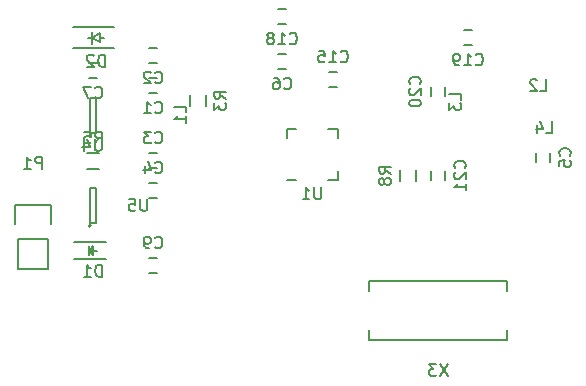
<source format=gbo>
G04 #@! TF.FileFunction,Legend,Bot*
%FSLAX46Y46*%
G04 Gerber Fmt 4.6, Leading zero omitted, Abs format (unit mm)*
G04 Created by KiCad (PCBNEW 4.0.2+dfsg1-stable) date 2016年07月17日 星期日 15时22分32秒*
%MOMM*%
G01*
G04 APERTURE LIST*
%ADD10C,0.100000*%
%ADD11C,0.150000*%
G04 APERTURE END LIST*
D10*
D11*
X123856000Y-85994800D02*
X124556000Y-85994800D01*
X124556000Y-84794800D02*
X123856000Y-84794800D01*
X123856000Y-83454800D02*
X124556000Y-83454800D01*
X124556000Y-82254800D02*
X123856000Y-82254800D01*
X124556000Y-91144800D02*
X123856000Y-91144800D01*
X123856000Y-92344800D02*
X124556000Y-92344800D01*
X124556000Y-93684800D02*
X123856000Y-93684800D01*
X123856000Y-94884800D02*
X124556000Y-94884800D01*
X157826000Y-91840800D02*
X157826000Y-91140800D01*
X156626000Y-91140800D02*
X156626000Y-91840800D01*
X134778000Y-83962800D02*
X135478000Y-83962800D01*
X135478000Y-82762800D02*
X134778000Y-82762800D01*
X118776000Y-84724800D02*
X119476000Y-84724800D01*
X119476000Y-83524800D02*
X118776000Y-83524800D01*
X124556000Y-100034800D02*
X123856000Y-100034800D01*
X123856000Y-101234800D02*
X124556000Y-101234800D01*
X139796000Y-84286800D02*
X139096000Y-84286800D01*
X139096000Y-85486800D02*
X139796000Y-85486800D01*
X134778000Y-80152800D02*
X135478000Y-80152800D01*
X135478000Y-78952800D02*
X134778000Y-78952800D01*
X150526000Y-81930800D02*
X151226000Y-81930800D01*
X151226000Y-80730800D02*
X150526000Y-80730800D01*
X147736000Y-85552800D02*
X147736000Y-86252800D01*
X148936000Y-86252800D02*
X148936000Y-85552800D01*
X148936000Y-93364800D02*
X148936000Y-92664800D01*
X147736000Y-92664800D02*
X147736000Y-93364800D01*
X117526000Y-98614800D02*
X120226000Y-98614800D01*
X117526000Y-100114800D02*
X120226000Y-100114800D01*
X119026000Y-99214800D02*
X119026000Y-99464800D01*
X119026000Y-99464800D02*
X118876000Y-99314800D01*
X118776000Y-99714800D02*
X118776000Y-99014800D01*
X119126000Y-99364800D02*
X119476000Y-99364800D01*
X118776000Y-99364800D02*
X119126000Y-99714800D01*
X119126000Y-99714800D02*
X119126000Y-99014800D01*
X119126000Y-99014800D02*
X118776000Y-99364800D01*
X112776000Y-98348800D02*
X112776000Y-100888800D01*
X112496000Y-95528800D02*
X112496000Y-97078800D01*
X112776000Y-98348800D02*
X115316000Y-98348800D01*
X115596000Y-97078800D02*
X115596000Y-95528800D01*
X115596000Y-95528800D02*
X112496000Y-95528800D01*
X115316000Y-98348800D02*
X115316000Y-100888800D01*
X115316000Y-100888800D02*
X112776000Y-100888800D01*
X127341000Y-86164800D02*
X127341000Y-87164800D01*
X128691000Y-87164800D02*
X128691000Y-86164800D01*
X118626000Y-92419800D02*
X119626000Y-92419800D01*
X119626000Y-91069800D02*
X118626000Y-91069800D01*
X146471000Y-93514800D02*
X146471000Y-92514800D01*
X145121000Y-92514800D02*
X145121000Y-93514800D01*
X139818000Y-93386800D02*
X139818000Y-92611800D01*
X135518000Y-89086800D02*
X135518000Y-89861800D01*
X139818000Y-89086800D02*
X139818000Y-89861800D01*
X135518000Y-93386800D02*
X136293000Y-93386800D01*
X135518000Y-89086800D02*
X136293000Y-89086800D01*
X139818000Y-89086800D02*
X139043000Y-89086800D01*
X139818000Y-93386800D02*
X139043000Y-93386800D01*
X118926000Y-89634800D02*
G75*
G03X118926000Y-89634800I-100000J0D01*
G01*
X119376000Y-89384800D02*
X118876000Y-89384800D01*
X119376000Y-86484800D02*
X119376000Y-89384800D01*
X118876000Y-86484800D02*
X119376000Y-86484800D01*
X118876000Y-89384800D02*
X118876000Y-86484800D01*
X118926000Y-97254800D02*
G75*
G03X118926000Y-97254800I-100000J0D01*
G01*
X119376000Y-97004800D02*
X118876000Y-97004800D01*
X119376000Y-94104800D02*
X119376000Y-97004800D01*
X118876000Y-94104800D02*
X119376000Y-94104800D01*
X118876000Y-97004800D02*
X118876000Y-94104800D01*
X142486380Y-101945440D02*
X154185620Y-101945440D01*
X154185620Y-106944160D02*
X142486380Y-106944160D01*
X154185620Y-101945440D02*
X154185620Y-102793800D01*
X154185620Y-106944160D02*
X154185620Y-106095800D01*
X142486380Y-101945440D02*
X142486380Y-102793800D01*
X142486380Y-106944160D02*
X142486380Y-106095800D01*
X119697500Y-81330800D02*
X120078500Y-81330800D01*
X118681500Y-81330800D02*
X119062500Y-81330800D01*
X119062500Y-81330800D02*
X119697500Y-81711800D01*
X119697500Y-81711800D02*
X119697500Y-80949800D01*
X119697500Y-80949800D02*
X119062500Y-81330800D01*
X119062500Y-81838800D02*
X119062500Y-80822800D01*
X117380000Y-80430800D02*
X120920000Y-80430800D01*
X117380000Y-82230800D02*
X120920000Y-82230800D01*
X124372666Y-87651943D02*
X124420285Y-87699562D01*
X124563142Y-87747181D01*
X124658380Y-87747181D01*
X124801238Y-87699562D01*
X124896476Y-87604324D01*
X124944095Y-87509086D01*
X124991714Y-87318610D01*
X124991714Y-87175752D01*
X124944095Y-86985276D01*
X124896476Y-86890038D01*
X124801238Y-86794800D01*
X124658380Y-86747181D01*
X124563142Y-86747181D01*
X124420285Y-86794800D01*
X124372666Y-86842419D01*
X123420285Y-87747181D02*
X123991714Y-87747181D01*
X123706000Y-87747181D02*
X123706000Y-86747181D01*
X123801238Y-86890038D01*
X123896476Y-86985276D01*
X123991714Y-87032895D01*
X124372666Y-85111943D02*
X124420285Y-85159562D01*
X124563142Y-85207181D01*
X124658380Y-85207181D01*
X124801238Y-85159562D01*
X124896476Y-85064324D01*
X124944095Y-84969086D01*
X124991714Y-84778610D01*
X124991714Y-84635752D01*
X124944095Y-84445276D01*
X124896476Y-84350038D01*
X124801238Y-84254800D01*
X124658380Y-84207181D01*
X124563142Y-84207181D01*
X124420285Y-84254800D01*
X124372666Y-84302419D01*
X123991714Y-84302419D02*
X123944095Y-84254800D01*
X123848857Y-84207181D01*
X123610761Y-84207181D01*
X123515523Y-84254800D01*
X123467904Y-84302419D01*
X123420285Y-84397657D01*
X123420285Y-84492895D01*
X123467904Y-84635752D01*
X124039333Y-85207181D01*
X123420285Y-85207181D01*
X124372666Y-90201943D02*
X124420285Y-90249562D01*
X124563142Y-90297181D01*
X124658380Y-90297181D01*
X124801238Y-90249562D01*
X124896476Y-90154324D01*
X124944095Y-90059086D01*
X124991714Y-89868610D01*
X124991714Y-89725752D01*
X124944095Y-89535276D01*
X124896476Y-89440038D01*
X124801238Y-89344800D01*
X124658380Y-89297181D01*
X124563142Y-89297181D01*
X124420285Y-89344800D01*
X124372666Y-89392419D01*
X124039333Y-89297181D02*
X123420285Y-89297181D01*
X123753619Y-89678133D01*
X123610761Y-89678133D01*
X123515523Y-89725752D01*
X123467904Y-89773371D01*
X123420285Y-89868610D01*
X123420285Y-90106705D01*
X123467904Y-90201943D01*
X123515523Y-90249562D01*
X123610761Y-90297181D01*
X123896476Y-90297181D01*
X123991714Y-90249562D01*
X124039333Y-90201943D01*
X124372666Y-92741943D02*
X124420285Y-92789562D01*
X124563142Y-92837181D01*
X124658380Y-92837181D01*
X124801238Y-92789562D01*
X124896476Y-92694324D01*
X124944095Y-92599086D01*
X124991714Y-92408610D01*
X124991714Y-92265752D01*
X124944095Y-92075276D01*
X124896476Y-91980038D01*
X124801238Y-91884800D01*
X124658380Y-91837181D01*
X124563142Y-91837181D01*
X124420285Y-91884800D01*
X124372666Y-91932419D01*
X123515523Y-92170514D02*
X123515523Y-92837181D01*
X123753619Y-91789562D02*
X123991714Y-92503848D01*
X123372666Y-92503848D01*
X159483143Y-91324134D02*
X159530762Y-91276515D01*
X159578381Y-91133658D01*
X159578381Y-91038420D01*
X159530762Y-90895562D01*
X159435524Y-90800324D01*
X159340286Y-90752705D01*
X159149810Y-90705086D01*
X159006952Y-90705086D01*
X158816476Y-90752705D01*
X158721238Y-90800324D01*
X158626000Y-90895562D01*
X158578381Y-91038420D01*
X158578381Y-91133658D01*
X158626000Y-91276515D01*
X158673619Y-91324134D01*
X158578381Y-92228896D02*
X158578381Y-91752705D01*
X159054571Y-91705086D01*
X159006952Y-91752705D01*
X158959333Y-91847943D01*
X158959333Y-92086039D01*
X159006952Y-92181277D01*
X159054571Y-92228896D01*
X159149810Y-92276515D01*
X159387905Y-92276515D01*
X159483143Y-92228896D01*
X159530762Y-92181277D01*
X159578381Y-92086039D01*
X159578381Y-91847943D01*
X159530762Y-91752705D01*
X159483143Y-91705086D01*
X135294666Y-85619943D02*
X135342285Y-85667562D01*
X135485142Y-85715181D01*
X135580380Y-85715181D01*
X135723238Y-85667562D01*
X135818476Y-85572324D01*
X135866095Y-85477086D01*
X135913714Y-85286610D01*
X135913714Y-85143752D01*
X135866095Y-84953276D01*
X135818476Y-84858038D01*
X135723238Y-84762800D01*
X135580380Y-84715181D01*
X135485142Y-84715181D01*
X135342285Y-84762800D01*
X135294666Y-84810419D01*
X134437523Y-84715181D02*
X134628000Y-84715181D01*
X134723238Y-84762800D01*
X134770857Y-84810419D01*
X134866095Y-84953276D01*
X134913714Y-85143752D01*
X134913714Y-85524705D01*
X134866095Y-85619943D01*
X134818476Y-85667562D01*
X134723238Y-85715181D01*
X134532761Y-85715181D01*
X134437523Y-85667562D01*
X134389904Y-85619943D01*
X134342285Y-85524705D01*
X134342285Y-85286610D01*
X134389904Y-85191371D01*
X134437523Y-85143752D01*
X134532761Y-85096133D01*
X134723238Y-85096133D01*
X134818476Y-85143752D01*
X134866095Y-85191371D01*
X134913714Y-85286610D01*
X119292666Y-86381943D02*
X119340285Y-86429562D01*
X119483142Y-86477181D01*
X119578380Y-86477181D01*
X119721238Y-86429562D01*
X119816476Y-86334324D01*
X119864095Y-86239086D01*
X119911714Y-86048610D01*
X119911714Y-85905752D01*
X119864095Y-85715276D01*
X119816476Y-85620038D01*
X119721238Y-85524800D01*
X119578380Y-85477181D01*
X119483142Y-85477181D01*
X119340285Y-85524800D01*
X119292666Y-85572419D01*
X118959333Y-85477181D02*
X118292666Y-85477181D01*
X118721238Y-86477181D01*
X124372666Y-99091943D02*
X124420285Y-99139562D01*
X124563142Y-99187181D01*
X124658380Y-99187181D01*
X124801238Y-99139562D01*
X124896476Y-99044324D01*
X124944095Y-98949086D01*
X124991714Y-98758610D01*
X124991714Y-98615752D01*
X124944095Y-98425276D01*
X124896476Y-98330038D01*
X124801238Y-98234800D01*
X124658380Y-98187181D01*
X124563142Y-98187181D01*
X124420285Y-98234800D01*
X124372666Y-98282419D01*
X123896476Y-99187181D02*
X123706000Y-99187181D01*
X123610761Y-99139562D01*
X123563142Y-99091943D01*
X123467904Y-98949086D01*
X123420285Y-98758610D01*
X123420285Y-98377657D01*
X123467904Y-98282419D01*
X123515523Y-98234800D01*
X123610761Y-98187181D01*
X123801238Y-98187181D01*
X123896476Y-98234800D01*
X123944095Y-98282419D01*
X123991714Y-98377657D01*
X123991714Y-98615752D01*
X123944095Y-98710990D01*
X123896476Y-98758610D01*
X123801238Y-98806229D01*
X123610761Y-98806229D01*
X123515523Y-98758610D01*
X123467904Y-98710990D01*
X123420285Y-98615752D01*
X140088857Y-83343943D02*
X140136476Y-83391562D01*
X140279333Y-83439181D01*
X140374571Y-83439181D01*
X140517429Y-83391562D01*
X140612667Y-83296324D01*
X140660286Y-83201086D01*
X140707905Y-83010610D01*
X140707905Y-82867752D01*
X140660286Y-82677276D01*
X140612667Y-82582038D01*
X140517429Y-82486800D01*
X140374571Y-82439181D01*
X140279333Y-82439181D01*
X140136476Y-82486800D01*
X140088857Y-82534419D01*
X139136476Y-83439181D02*
X139707905Y-83439181D01*
X139422191Y-83439181D02*
X139422191Y-82439181D01*
X139517429Y-82582038D01*
X139612667Y-82677276D01*
X139707905Y-82724895D01*
X138231714Y-82439181D02*
X138707905Y-82439181D01*
X138755524Y-82915371D01*
X138707905Y-82867752D01*
X138612667Y-82820133D01*
X138374571Y-82820133D01*
X138279333Y-82867752D01*
X138231714Y-82915371D01*
X138184095Y-83010610D01*
X138184095Y-83248705D01*
X138231714Y-83343943D01*
X138279333Y-83391562D01*
X138374571Y-83439181D01*
X138612667Y-83439181D01*
X138707905Y-83391562D01*
X138755524Y-83343943D01*
X135770857Y-81809943D02*
X135818476Y-81857562D01*
X135961333Y-81905181D01*
X136056571Y-81905181D01*
X136199429Y-81857562D01*
X136294667Y-81762324D01*
X136342286Y-81667086D01*
X136389905Y-81476610D01*
X136389905Y-81333752D01*
X136342286Y-81143276D01*
X136294667Y-81048038D01*
X136199429Y-80952800D01*
X136056571Y-80905181D01*
X135961333Y-80905181D01*
X135818476Y-80952800D01*
X135770857Y-81000419D01*
X134818476Y-81905181D02*
X135389905Y-81905181D01*
X135104191Y-81905181D02*
X135104191Y-80905181D01*
X135199429Y-81048038D01*
X135294667Y-81143276D01*
X135389905Y-81190895D01*
X134247048Y-81333752D02*
X134342286Y-81286133D01*
X134389905Y-81238514D01*
X134437524Y-81143276D01*
X134437524Y-81095657D01*
X134389905Y-81000419D01*
X134342286Y-80952800D01*
X134247048Y-80905181D01*
X134056571Y-80905181D01*
X133961333Y-80952800D01*
X133913714Y-81000419D01*
X133866095Y-81095657D01*
X133866095Y-81143276D01*
X133913714Y-81238514D01*
X133961333Y-81286133D01*
X134056571Y-81333752D01*
X134247048Y-81333752D01*
X134342286Y-81381371D01*
X134389905Y-81428990D01*
X134437524Y-81524229D01*
X134437524Y-81714705D01*
X134389905Y-81809943D01*
X134342286Y-81857562D01*
X134247048Y-81905181D01*
X134056571Y-81905181D01*
X133961333Y-81857562D01*
X133913714Y-81809943D01*
X133866095Y-81714705D01*
X133866095Y-81524229D01*
X133913714Y-81428990D01*
X133961333Y-81381371D01*
X134056571Y-81333752D01*
X151518857Y-83587943D02*
X151566476Y-83635562D01*
X151709333Y-83683181D01*
X151804571Y-83683181D01*
X151947429Y-83635562D01*
X152042667Y-83540324D01*
X152090286Y-83445086D01*
X152137905Y-83254610D01*
X152137905Y-83111752D01*
X152090286Y-82921276D01*
X152042667Y-82826038D01*
X151947429Y-82730800D01*
X151804571Y-82683181D01*
X151709333Y-82683181D01*
X151566476Y-82730800D01*
X151518857Y-82778419D01*
X150566476Y-83683181D02*
X151137905Y-83683181D01*
X150852191Y-83683181D02*
X150852191Y-82683181D01*
X150947429Y-82826038D01*
X151042667Y-82921276D01*
X151137905Y-82968895D01*
X150090286Y-83683181D02*
X149899810Y-83683181D01*
X149804571Y-83635562D01*
X149756952Y-83587943D01*
X149661714Y-83445086D01*
X149614095Y-83254610D01*
X149614095Y-82873657D01*
X149661714Y-82778419D01*
X149709333Y-82730800D01*
X149804571Y-82683181D01*
X149995048Y-82683181D01*
X150090286Y-82730800D01*
X150137905Y-82778419D01*
X150185524Y-82873657D01*
X150185524Y-83111752D01*
X150137905Y-83206990D01*
X150090286Y-83254610D01*
X149995048Y-83302229D01*
X149804571Y-83302229D01*
X149709333Y-83254610D01*
X149661714Y-83206990D01*
X149614095Y-83111752D01*
X146793143Y-85259943D02*
X146840762Y-85212324D01*
X146888381Y-85069467D01*
X146888381Y-84974229D01*
X146840762Y-84831371D01*
X146745524Y-84736133D01*
X146650286Y-84688514D01*
X146459810Y-84640895D01*
X146316952Y-84640895D01*
X146126476Y-84688514D01*
X146031238Y-84736133D01*
X145936000Y-84831371D01*
X145888381Y-84974229D01*
X145888381Y-85069467D01*
X145936000Y-85212324D01*
X145983619Y-85259943D01*
X145983619Y-85640895D02*
X145936000Y-85688514D01*
X145888381Y-85783752D01*
X145888381Y-86021848D01*
X145936000Y-86117086D01*
X145983619Y-86164705D01*
X146078857Y-86212324D01*
X146174095Y-86212324D01*
X146316952Y-86164705D01*
X146888381Y-85593276D01*
X146888381Y-86212324D01*
X145888381Y-86831371D02*
X145888381Y-86926610D01*
X145936000Y-87021848D01*
X145983619Y-87069467D01*
X146078857Y-87117086D01*
X146269333Y-87164705D01*
X146507429Y-87164705D01*
X146697905Y-87117086D01*
X146793143Y-87069467D01*
X146840762Y-87021848D01*
X146888381Y-86926610D01*
X146888381Y-86831371D01*
X146840762Y-86736133D01*
X146793143Y-86688514D01*
X146697905Y-86640895D01*
X146507429Y-86593276D01*
X146269333Y-86593276D01*
X146078857Y-86640895D01*
X145983619Y-86688514D01*
X145936000Y-86736133D01*
X145888381Y-86831371D01*
X150593143Y-92371943D02*
X150640762Y-92324324D01*
X150688381Y-92181467D01*
X150688381Y-92086229D01*
X150640762Y-91943371D01*
X150545524Y-91848133D01*
X150450286Y-91800514D01*
X150259810Y-91752895D01*
X150116952Y-91752895D01*
X149926476Y-91800514D01*
X149831238Y-91848133D01*
X149736000Y-91943371D01*
X149688381Y-92086229D01*
X149688381Y-92181467D01*
X149736000Y-92324324D01*
X149783619Y-92371943D01*
X149783619Y-92752895D02*
X149736000Y-92800514D01*
X149688381Y-92895752D01*
X149688381Y-93133848D01*
X149736000Y-93229086D01*
X149783619Y-93276705D01*
X149878857Y-93324324D01*
X149974095Y-93324324D01*
X150116952Y-93276705D01*
X150688381Y-92705276D01*
X150688381Y-93324324D01*
X150688381Y-94276705D02*
X150688381Y-93705276D01*
X150688381Y-93990990D02*
X149688381Y-93990990D01*
X149831238Y-93895752D01*
X149926476Y-93800514D01*
X149974095Y-93705276D01*
X119864095Y-101567181D02*
X119864095Y-100567181D01*
X119626000Y-100567181D01*
X119483142Y-100614800D01*
X119387904Y-100710038D01*
X119340285Y-100805276D01*
X119292666Y-100995752D01*
X119292666Y-101138610D01*
X119340285Y-101329086D01*
X119387904Y-101424324D01*
X119483142Y-101519562D01*
X119626000Y-101567181D01*
X119864095Y-101567181D01*
X118340285Y-101567181D02*
X118911714Y-101567181D01*
X118626000Y-101567181D02*
X118626000Y-100567181D01*
X118721238Y-100710038D01*
X118816476Y-100805276D01*
X118911714Y-100852895D01*
X126959621Y-87669074D02*
X126959621Y-87192883D01*
X125959621Y-87192883D01*
X126959621Y-88526217D02*
X126959621Y-87954788D01*
X126959621Y-88240502D02*
X125959621Y-88240502D01*
X126102478Y-88145264D01*
X126197716Y-88050026D01*
X126245335Y-87954788D01*
X156983726Y-85862421D02*
X157459917Y-85862421D01*
X157459917Y-84862421D01*
X156698012Y-84957659D02*
X156650393Y-84910040D01*
X156555155Y-84862421D01*
X156317059Y-84862421D01*
X156221821Y-84910040D01*
X156174202Y-84957659D01*
X156126583Y-85052897D01*
X156126583Y-85148135D01*
X156174202Y-85290992D01*
X156745631Y-85862421D01*
X156126583Y-85862421D01*
X150297141Y-86597194D02*
X150297141Y-86121003D01*
X149297141Y-86121003D01*
X149297141Y-86835289D02*
X149297141Y-87454337D01*
X149678093Y-87121003D01*
X149678093Y-87263861D01*
X149725712Y-87359099D01*
X149773331Y-87406718D01*
X149868570Y-87454337D01*
X150106665Y-87454337D01*
X150201903Y-87406718D01*
X150249522Y-87359099D01*
X150297141Y-87263861D01*
X150297141Y-86978146D01*
X150249522Y-86882908D01*
X150201903Y-86835289D01*
X157491726Y-89418421D02*
X157967917Y-89418421D01*
X157967917Y-88418421D01*
X156729821Y-88751754D02*
X156729821Y-89418421D01*
X156967917Y-88370802D02*
X157206012Y-89085088D01*
X156586964Y-89085088D01*
X114784095Y-92431181D02*
X114784095Y-91431181D01*
X114403142Y-91431181D01*
X114307904Y-91478800D01*
X114260285Y-91526419D01*
X114212666Y-91621657D01*
X114212666Y-91764514D01*
X114260285Y-91859752D01*
X114307904Y-91907371D01*
X114403142Y-91954990D01*
X114784095Y-91954990D01*
X113260285Y-92431181D02*
X113831714Y-92431181D01*
X113546000Y-92431181D02*
X113546000Y-91431181D01*
X113641238Y-91574038D01*
X113736476Y-91669276D01*
X113831714Y-91716895D01*
X130368381Y-86498134D02*
X129892190Y-86164800D01*
X130368381Y-85926705D02*
X129368381Y-85926705D01*
X129368381Y-86307658D01*
X129416000Y-86402896D01*
X129463619Y-86450515D01*
X129558857Y-86498134D01*
X129701714Y-86498134D01*
X129796952Y-86450515D01*
X129844571Y-86402896D01*
X129892190Y-86307658D01*
X129892190Y-85926705D01*
X129368381Y-86831467D02*
X129368381Y-87450515D01*
X129749333Y-87117181D01*
X129749333Y-87260039D01*
X129796952Y-87355277D01*
X129844571Y-87402896D01*
X129939810Y-87450515D01*
X130177905Y-87450515D01*
X130273143Y-87402896D01*
X130320762Y-87355277D01*
X130368381Y-87260039D01*
X130368381Y-86974324D01*
X130320762Y-86879086D01*
X130273143Y-86831467D01*
X119292666Y-90297181D02*
X119626000Y-89820990D01*
X119864095Y-90297181D02*
X119864095Y-89297181D01*
X119483142Y-89297181D01*
X119387904Y-89344800D01*
X119340285Y-89392419D01*
X119292666Y-89487657D01*
X119292666Y-89630514D01*
X119340285Y-89725752D01*
X119387904Y-89773371D01*
X119483142Y-89820990D01*
X119864095Y-89820990D01*
X118387904Y-89297181D02*
X118864095Y-89297181D01*
X118911714Y-89773371D01*
X118864095Y-89725752D01*
X118768857Y-89678133D01*
X118530761Y-89678133D01*
X118435523Y-89725752D01*
X118387904Y-89773371D01*
X118340285Y-89868610D01*
X118340285Y-90106705D01*
X118387904Y-90201943D01*
X118435523Y-90249562D01*
X118530761Y-90297181D01*
X118768857Y-90297181D01*
X118864095Y-90249562D01*
X118911714Y-90201943D01*
X144348381Y-92848134D02*
X143872190Y-92514800D01*
X144348381Y-92276705D02*
X143348381Y-92276705D01*
X143348381Y-92657658D01*
X143396000Y-92752896D01*
X143443619Y-92800515D01*
X143538857Y-92848134D01*
X143681714Y-92848134D01*
X143776952Y-92800515D01*
X143824571Y-92752896D01*
X143872190Y-92657658D01*
X143872190Y-92276705D01*
X143776952Y-93419562D02*
X143729333Y-93324324D01*
X143681714Y-93276705D01*
X143586476Y-93229086D01*
X143538857Y-93229086D01*
X143443619Y-93276705D01*
X143396000Y-93324324D01*
X143348381Y-93419562D01*
X143348381Y-93610039D01*
X143396000Y-93705277D01*
X143443619Y-93752896D01*
X143538857Y-93800515D01*
X143586476Y-93800515D01*
X143681714Y-93752896D01*
X143729333Y-93705277D01*
X143776952Y-93610039D01*
X143776952Y-93419562D01*
X143824571Y-93324324D01*
X143872190Y-93276705D01*
X143967429Y-93229086D01*
X144157905Y-93229086D01*
X144253143Y-93276705D01*
X144300762Y-93324324D01*
X144348381Y-93419562D01*
X144348381Y-93610039D01*
X144300762Y-93705277D01*
X144253143Y-93752896D01*
X144157905Y-93800515D01*
X143967429Y-93800515D01*
X143872190Y-93752896D01*
X143824571Y-93705277D01*
X143776952Y-93610039D01*
X138429905Y-94019181D02*
X138429905Y-94828705D01*
X138382286Y-94923943D01*
X138334667Y-94971562D01*
X138239429Y-95019181D01*
X138048952Y-95019181D01*
X137953714Y-94971562D01*
X137906095Y-94923943D01*
X137858476Y-94828705D01*
X137858476Y-94019181D01*
X136858476Y-95019181D02*
X137429905Y-95019181D01*
X137144191Y-95019181D02*
X137144191Y-94019181D01*
X137239429Y-94162038D01*
X137334667Y-94257276D01*
X137429905Y-94304895D01*
X119837905Y-89937181D02*
X119837905Y-90746705D01*
X119790286Y-90841943D01*
X119742667Y-90889562D01*
X119647429Y-90937181D01*
X119456952Y-90937181D01*
X119361714Y-90889562D01*
X119314095Y-90841943D01*
X119266476Y-90746705D01*
X119266476Y-89937181D01*
X118361714Y-90270514D02*
X118361714Y-90937181D01*
X118599810Y-89889562D02*
X118837905Y-90603848D01*
X118218857Y-90603848D01*
X123697905Y-95007181D02*
X123697905Y-95816705D01*
X123650286Y-95911943D01*
X123602667Y-95959562D01*
X123507429Y-96007181D01*
X123316952Y-96007181D01*
X123221714Y-95959562D01*
X123174095Y-95911943D01*
X123126476Y-95816705D01*
X123126476Y-95007181D01*
X122174095Y-95007181D02*
X122650286Y-95007181D01*
X122697905Y-95483371D01*
X122650286Y-95435752D01*
X122555048Y-95388133D01*
X122316952Y-95388133D01*
X122221714Y-95435752D01*
X122174095Y-95483371D01*
X122126476Y-95578610D01*
X122126476Y-95816705D01*
X122174095Y-95911943D01*
X122221714Y-95959562D01*
X122316952Y-96007181D01*
X122555048Y-96007181D01*
X122650286Y-95959562D01*
X122697905Y-95911943D01*
X149145524Y-108977181D02*
X148478857Y-109977181D01*
X148478857Y-108977181D02*
X149145524Y-109977181D01*
X148193143Y-108977181D02*
X147574095Y-108977181D01*
X147907429Y-109358133D01*
X147764571Y-109358133D01*
X147669333Y-109405752D01*
X147621714Y-109453371D01*
X147574095Y-109548610D01*
X147574095Y-109786705D01*
X147621714Y-109881943D01*
X147669333Y-109929562D01*
X147764571Y-109977181D01*
X148050286Y-109977181D01*
X148145524Y-109929562D01*
X148193143Y-109881943D01*
X120118095Y-83783181D02*
X120118095Y-82783181D01*
X119880000Y-82783181D01*
X119737142Y-82830800D01*
X119641904Y-82926038D01*
X119594285Y-83021276D01*
X119546666Y-83211752D01*
X119546666Y-83354610D01*
X119594285Y-83545086D01*
X119641904Y-83640324D01*
X119737142Y-83735562D01*
X119880000Y-83783181D01*
X120118095Y-83783181D01*
X119165714Y-82878419D02*
X119118095Y-82830800D01*
X119022857Y-82783181D01*
X118784761Y-82783181D01*
X118689523Y-82830800D01*
X118641904Y-82878419D01*
X118594285Y-82973657D01*
X118594285Y-83068895D01*
X118641904Y-83211752D01*
X119213333Y-83783181D01*
X118594285Y-83783181D01*
M02*

</source>
